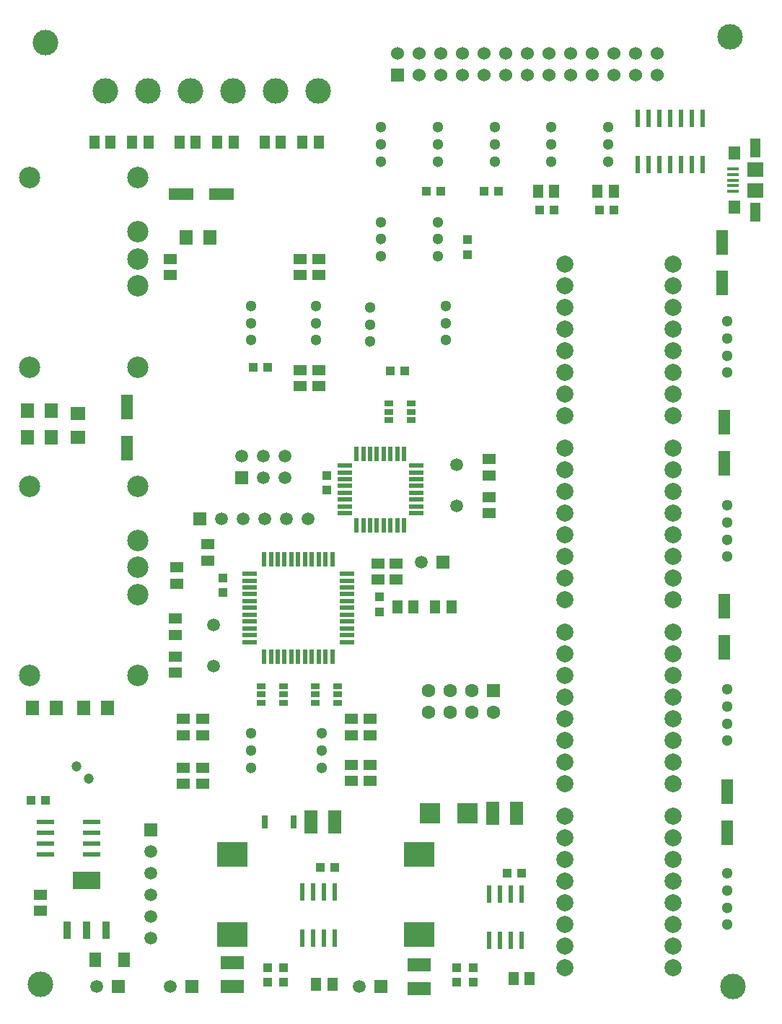
<source format=gbr>
G04 DipTrace Beta 2.3.5.2*
%INTopMask.gbr*%
%MOMM*%
%ADD17C,2.0*%
%ADD18C,1.6*%
%ADD23R,1.5X1.3*%
%ADD24R,1.0X1.1*%
%ADD25R,1.4X2.85*%
%ADD26R,1.1X1.0*%
%ADD27R,1.6X2.7*%
%ADD28R,2.7X1.6*%
%ADD29R,1.6X1.8*%
%ADD30R,1.8X1.6*%
%ADD31R,2.85X1.4*%
%ADD32R,1.3X1.5*%
%ADD33C,1.3*%
%ADD34R,2.4X2.4*%
%ADD35R,0.8X1.6*%
%ADD36R,1.4X1.8*%
%ADD37R,3.56X3.0*%
%ADD38R,1.5X1.5*%
%ADD39C,1.5*%
%ADD40R,1.35X0.4*%
%ADD41R,1.4X1.6*%
%ADD42R,1.3X2.3*%
%ADD43R,1.9X1.7*%
%ADD44C,1.2*%
%ADD45C,1.524*%
%ADD46R,1.524X1.524*%
%ADD48R,0.95X2.15*%
%ADD49R,3.25X2.15*%
%ADD50R,1.8X0.5*%
%ADD51R,0.5X1.8*%
%ADD53R,1.7X0.5*%
%ADD54R,0.5X1.7*%
%ADD55R,0.6X2.0*%
%ADD56C,2.5*%
%ADD57C,3.0*%
%ADD58R,1.0X0.7*%
%ADD59R,2.0X0.6*%
%ADD60R,1.6X1.6*%
%FSLAX53Y53*%
G04*
G71*
G90*
G75*
G01*
%LNTopMask*%
%LPD*%
D23*
X20320Y40958D3*
Y42857D3*
D24*
X38100Y64135D3*
Y62435D3*
X44291Y49848D3*
Y48148D3*
X25876Y52070D3*
Y50370D3*
D23*
X20320Y47307D3*
Y45407D3*
X57150Y59690D3*
Y61590D3*
Y66040D3*
Y64140D3*
D24*
X53340Y6350D3*
Y4650D3*
D25*
X84455Y91481D3*
Y86678D3*
X85090Y22225D3*
Y27029D3*
X84772Y43974D3*
Y48778D3*
Y65564D3*
Y70368D3*
D26*
X60960Y17463D3*
X59260D3*
D27*
X60325Y24448D3*
X57525D3*
D28*
X48895Y6730D3*
Y3930D3*
D24*
X31115Y6350D3*
Y4650D3*
D26*
X39052Y18097D3*
X37352D3*
D27*
X39053Y23495D3*
X36253D3*
D28*
X26988Y6985D3*
Y4185D3*
D29*
X6350Y36830D3*
X3550D3*
X9525D3*
X12325D3*
D25*
X14605Y67310D3*
Y72114D3*
D30*
X8890Y68580D3*
Y71380D3*
D29*
X5715Y71755D3*
X2915D3*
X5715Y68580D3*
X2915D3*
D31*
X20955Y97155D3*
X25759D3*
D29*
X21590Y92075D3*
X24390D3*
D26*
X5080Y26035D3*
X3380D3*
X31115Y76835D3*
X29415D3*
X45561Y76359D3*
X47261D3*
X51435Y97473D3*
X49735D3*
X58215D3*
X56515D3*
D24*
X54610Y91757D3*
Y90057D3*
D26*
X64770Y95250D3*
X63070D3*
X71755D3*
X70055D3*
D32*
X50805Y48741D3*
X52705D3*
D33*
X29210Y80010D3*
Y82010D3*
Y84010D3*
X52070Y80010D3*
Y82010D3*
Y84010D3*
X36830Y80010D3*
Y82010D3*
Y84010D3*
X43180Y83820D3*
Y81820D3*
Y79820D3*
X29210Y29845D3*
Y31845D3*
Y33845D3*
X37465Y29845D3*
Y31845D3*
Y33845D3*
D34*
X50165Y24510D3*
X54565D3*
D35*
X30798Y23495D3*
X34197D3*
D36*
X14288Y7302D3*
X10888D3*
D32*
X35246Y103198D3*
X37146D3*
X25244D3*
X27144D3*
X15246D3*
X17146D3*
D23*
X34925Y74612D3*
Y76512D3*
X21273Y35560D3*
Y33660D3*
X43180Y28257D3*
Y30157D3*
Y35560D3*
Y33660D3*
X21273Y27940D3*
Y29840D3*
X34925Y89535D3*
Y87635D3*
D33*
X51117Y89853D3*
Y91853D3*
Y93853D3*
D57*
X4445Y4445D3*
X5080Y114935D3*
X85725Y4128D3*
X85407Y115570D3*
D37*
X48895Y19685D3*
Y10285D3*
X26988Y19685D3*
Y10285D3*
D38*
X44450Y4128D3*
D39*
X41910D3*
D38*
X22225D3*
D39*
X19685D3*
D38*
X13653D3*
D39*
X11112D3*
D33*
X51117Y100965D3*
Y102965D3*
Y104965D3*
X57785Y100965D3*
Y102965D3*
Y104965D3*
X64453Y100965D3*
Y102965D3*
Y104965D3*
X71120Y100965D3*
Y102965D3*
Y104965D3*
D40*
X85725Y97473D3*
Y98123D3*
Y98772D3*
Y99422D3*
Y100072D3*
D41*
X85950Y95572D3*
Y101973D3*
D42*
X88400Y95022D3*
Y102522D3*
D43*
Y97572D3*
Y99973D3*
D44*
X8732Y30007D3*
X10161Y28578D3*
D45*
X74295Y113665D3*
Y111125D3*
X71755Y113665D3*
Y111125D3*
D46*
X46355D3*
D45*
X48895D3*
X51435D3*
X53975D3*
X56515D3*
X59055D3*
X61595D3*
X64135D3*
X66675D3*
X69215D3*
Y113665D3*
X66675D3*
X64135D3*
X61595D3*
X59055D3*
X56515D3*
X53975D3*
X51435D3*
X48895D3*
X46355D3*
X76835Y111125D3*
Y113665D3*
D48*
X7620Y10795D3*
X9920D3*
X12220D3*
D49*
X9920Y16595D3*
D23*
X24130Y56039D3*
Y54139D3*
X46196Y51911D3*
Y53811D3*
X44133Y51911D3*
Y53811D3*
D32*
X46355Y48736D3*
X48255D3*
X61912Y5080D3*
X60012D3*
D24*
X55245Y6350D3*
Y4650D3*
D32*
X38735Y4445D3*
X36835D3*
D24*
X33020Y6350D3*
Y4650D3*
D32*
X69850Y97473D3*
X71750D3*
X64770D3*
X62870D3*
D23*
X20479Y51435D3*
Y53335D3*
X19685Y87630D3*
Y89530D3*
X4445Y14922D3*
Y13022D3*
D32*
X32701Y103198D3*
X30801D3*
X22699Y103199D3*
X20799D3*
X12701Y103198D3*
X10801D3*
D23*
X37148Y74612D3*
Y76513D3*
X23495Y35560D3*
Y33660D3*
X40958Y28258D3*
Y30157D3*
Y35555D3*
Y33655D3*
X23495Y27940D3*
Y29840D3*
X37147Y89535D3*
Y87635D3*
D33*
X85090Y76200D3*
Y78200D3*
Y80200D3*
Y82200D3*
D50*
X40435Y44593D3*
Y45393D3*
Y46193D3*
Y46993D3*
Y47793D3*
Y48593D3*
Y49393D3*
Y50193D3*
Y50993D3*
Y51793D3*
Y52593D3*
D51*
X38735Y54293D3*
X37935D3*
X37135D3*
X36335D3*
X35535D3*
X34735D3*
X33935D3*
X33135D3*
X32335D3*
X31535D3*
X30735D3*
D50*
X29035Y52593D3*
Y51793D3*
Y50993D3*
Y50193D3*
Y49393D3*
Y48593D3*
Y47793D3*
Y46993D3*
Y46193D3*
Y45393D3*
Y44593D3*
D51*
X30735Y42893D3*
X31535D3*
X32335D3*
X33135D3*
X33935D3*
X34735D3*
X35535D3*
X36335D3*
X37135D3*
X37935D3*
X38735D3*
D17*
X66040Y6350D3*
Y8890D3*
Y11430D3*
Y13970D3*
Y16510D3*
Y19050D3*
Y21590D3*
Y24130D3*
X78740Y6350D3*
Y8890D3*
Y11430D3*
Y13970D3*
Y16510D3*
Y19050D3*
Y21590D3*
Y24130D3*
D38*
X23178Y59055D3*
D39*
X25718D3*
X28258D3*
X30798D3*
X33338D3*
X35878D3*
D53*
X48577Y59690D3*
Y60490D3*
Y61290D3*
Y62090D3*
Y62890D3*
Y63690D3*
Y64490D3*
Y65290D3*
D54*
X47177Y66690D3*
X46377D3*
X45577D3*
X44777D3*
X43977D3*
X43177D3*
X42377D3*
X41577D3*
D53*
X40177Y65290D3*
Y64490D3*
Y63690D3*
Y62890D3*
Y62090D3*
Y61290D3*
Y60490D3*
Y59690D3*
D54*
X41577Y58290D3*
X42377D3*
X43177D3*
X43977D3*
X44777D3*
X45577D3*
X46377D3*
X47177D3*
D38*
X28099Y63817D3*
D39*
Y66357D3*
X30639Y63817D3*
Y66357D3*
X33179Y63817D3*
Y66357D3*
D55*
X60960Y14985D3*
X59690D3*
X58420D3*
X57150D3*
Y9585D3*
X58420D3*
X59690D3*
X60960D3*
D56*
X15875Y40640D3*
Y50160D3*
Y53340D3*
Y56520D3*
Y62870D3*
X3175Y40640D3*
Y62870D3*
D55*
X39052Y15240D3*
X37782D3*
X36512D3*
X35242D3*
Y9840D3*
X36512D3*
X37782D3*
X39052D3*
D56*
X15875Y76835D3*
Y86355D3*
Y89535D3*
Y92715D3*
Y99065D3*
X3175Y76835D3*
Y99065D3*
D38*
X51752Y53975D3*
D39*
X49212D3*
D57*
X12065Y109220D3*
X17065D3*
X22065D3*
X27065D3*
X32065D3*
X37065D3*
D55*
X82232Y106045D3*
X80962D3*
X79692D3*
X78422D3*
X77152D3*
X75882D3*
X74612D3*
Y100645D3*
X75882D3*
X77152D3*
X78422D3*
X79692D3*
X80962D3*
X82232D3*
D58*
X33020Y39370D3*
Y37470D3*
Y38420D3*
X30420Y39370D3*
Y37470D3*
Y38420D3*
X39370Y39370D3*
Y37470D3*
Y38420D3*
X36770Y39370D3*
Y37470D3*
Y38420D3*
D59*
X5080Y23495D3*
Y22225D3*
Y20955D3*
Y19685D3*
X10480D3*
Y20955D3*
Y22225D3*
Y23495D3*
D38*
X17463Y22543D3*
D39*
Y20003D3*
Y17463D3*
Y14923D3*
Y12383D3*
Y9843D3*
D58*
X45403Y70644D3*
Y72544D3*
Y71594D3*
X48003Y70644D3*
Y72544D3*
Y71594D3*
D60*
X57626Y38894D3*
D18*
X55086D3*
X52546D3*
X50006D3*
X57626Y36354D3*
X55086D3*
X52546D3*
X50006D3*
D17*
X66040Y71120D3*
Y73660D3*
Y76200D3*
Y78740D3*
Y81280D3*
Y83820D3*
Y86360D3*
Y88900D3*
X78740Y71120D3*
Y73660D3*
Y76200D3*
Y78740D3*
Y81280D3*
Y83820D3*
Y86360D3*
Y88900D3*
D33*
X85090Y11430D3*
Y13430D3*
Y15430D3*
Y17430D3*
D17*
X66040Y27940D3*
Y30480D3*
Y33020D3*
Y35560D3*
Y38100D3*
Y40640D3*
Y43180D3*
Y45720D3*
X78740Y27940D3*
Y30480D3*
Y33020D3*
Y35560D3*
Y38100D3*
Y40640D3*
Y43180D3*
Y45720D3*
D33*
X85090Y33020D3*
Y35020D3*
Y37020D3*
Y39020D3*
D17*
X66040Y49530D3*
Y52070D3*
Y54610D3*
Y57150D3*
Y59690D3*
Y62230D3*
Y64770D3*
Y67310D3*
X78740Y49530D3*
Y52070D3*
Y54610D3*
Y57150D3*
Y59690D3*
Y62230D3*
Y64770D3*
Y67310D3*
D33*
X85090Y54610D3*
Y56610D3*
Y58610D3*
Y60610D3*
X44450Y89853D3*
Y91853D3*
Y93853D3*
D39*
X24765Y46546D3*
Y41720D3*
X53340Y65405D3*
Y60579D3*
D33*
X44450Y100965D3*
Y102965D3*
Y104965D3*
M02*

</source>
